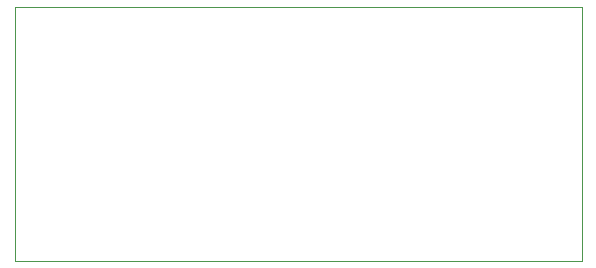
<source format=gbr>
%TF.GenerationSoftware,KiCad,Pcbnew,(6.0.0-0)*%
%TF.CreationDate,2022-03-11T16:24:22-05:00*%
%TF.ProjectId,Internal Body LED Strips,496e7465-726e-4616-9c20-426f6479204c,rev?*%
%TF.SameCoordinates,Original*%
%TF.FileFunction,Profile,NP*%
%FSLAX46Y46*%
G04 Gerber Fmt 4.6, Leading zero omitted, Abs format (unit mm)*
G04 Created by KiCad (PCBNEW (6.0.0-0)) date 2022-03-11 16:24:22*
%MOMM*%
%LPD*%
G01*
G04 APERTURE LIST*
%TA.AperFunction,Profile*%
%ADD10C,0.100000*%
%TD*%
G04 APERTURE END LIST*
D10*
X123000000Y-118000000D02*
X123000000Y-96500000D01*
X171000000Y-118000000D02*
X123000000Y-118000000D01*
X171000000Y-96500000D02*
X171000000Y-118000000D01*
X171000000Y-96500000D02*
X123000000Y-96500000D01*
M02*

</source>
